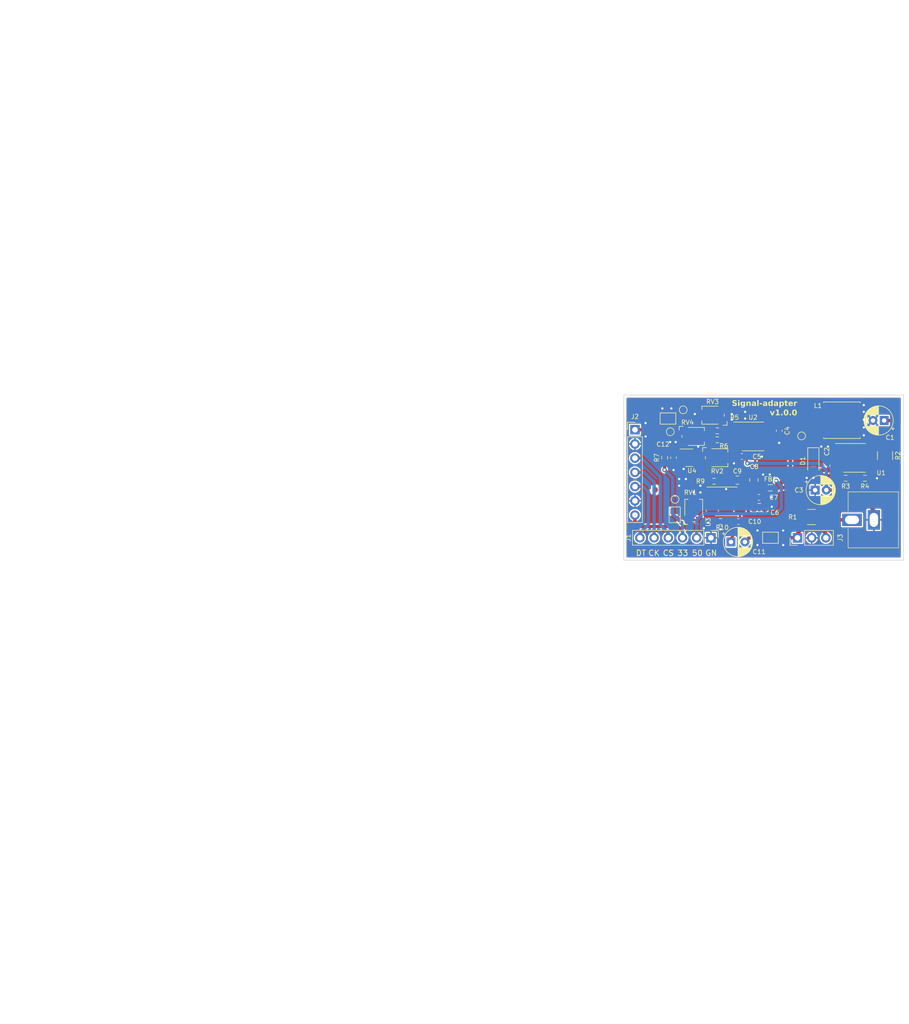
<source format=kicad_pcb>
(kicad_pcb (version 20221018) (generator pcbnew)
  (title_block (title "Signal-adapter") (date "2023-12-02") (rev "v1.0.0") (company "Maykol Rey"))
  (layers (0 "F.Cu" signal) (31 "B.Cu" signal) (34 "B.Paste" user) (35 "F.Paste" user) (36 "B.SilkS" user "B.Silkscreen") (37 "F.SilkS" user "F.Silkscreen") (38 "B.Mask" user) (39 "F.Mask" user) (44 "Edge.Cuts" user))
  (net 0 "")
  (net 1 "Net-(U3-V+)")
  (net 2 "Net-(U3-BYPASS)")
  (net 3 "Net-(C9-Pad1)")
  (net 4 "Net-(C9-Pad2)")
  (net 5 "Net-(C10-Pad1)")
  (net 6 "Net-(C10-Pad2)")
  (net 7 "/Amplifier/OUTPUT")
  (net 8 "+5V")
  (net 9 "/S_OUT")
  (net 10 "/~{CS}")
  (net 11 "/SCLK")
  (net 12 "/SDATA")
  (net 13 "GND")
  (net 14 "+3V3")
  (net 15 "Net-(R9-Pad2)")
  (net 16 "/Amplifier/INPUT")
  (net 17 "Net-(U3-+)")
  (net 18 "Net-(U1-DC)")
  (net 19 "Net-(D1-K)")
  (net 20 "Net-(U1-TC)")
  (net 21 "/leveling/-5V")
  (net 22 "/power/ref")
  (net 23 "Net-(J3-Pin_1)")
  (net 24 "Net-(J3-Pin_3)")
  (net 25 "/leveling/SIGNAL_OUT")
  (net 26 "Net-(U2A--)")
  (net 27 "Net-(U2A-+)")
  (net 28 "/leveling/SIGNAL_IN")
  (net 32 "Net-(C12-Pad1)")
  (net 33 "Net-(R6-Pad2)")
  (footprint "Potentiometer_SMD:Potentiometer_Bourns_TC33X_Vertical" (layer "F.Cu") (at 140.36 86.6 180)
    (fp_text reference "RV3" (at 0 2.4) (layer "F.SilkS") (effects (font (size 0.8 0.8) (thickness 0.12))))
    (fp_text value "50k")
    (pad "1" smd rect (at -1.8 -1 180) (size 1.2 1.2) (layers "F.Cu" "F.Paste" "F.Mask") (net 26 "Net-(U2A--)"))
    (pad "2" smd rect (at 1.45 0 180) (size 1.5 1.6) (layers "F.Cu" "F.Paste" "F.Mask") (net 25 "/leveling/SIGNAL_OUT"))
    (pad "3" smd rect (at -1.8 1 180) (size 1.2 1.2) (layers "F.Cu" "F.Paste" "F.Mask"))
  )
  (footprint "Package_TO_SOT_SMD:SOT-23" (layer "F.Cu") (at 136.2 94.2)
    (fp_text reference "U4" (at 0.5 2.3) (layer "F.SilkS") (effects (font (size 0.8 0.8) (thickness 0.12))))
    (fp_text value "ADR510")
    (pad "1" smd roundrect (at -0.9375 -0.95) (size 1.475 0.6) (layers "F.Cu" "F.Paste" "F.Mask") (net 32 "Net-(C12-Pad1)"))
    (pad "2" smd roundrect (at -0.9375 0.95) (size 1.475 0.6) (layers "F.Cu" "F.Paste" "F.Mask") (net 13 "GND"))
    (pad "3" smd roundrect (at 0.9375 0) (size 1.475 0.6) (layers "F.Cu" "F.Paste" "F.Mask"))
  )
  (footprint "Resistor_SMD:R_0603_1608Metric" (layer "F.Cu") (at 141.8 105.6)
    (fp_text reference "R10" (at 0.29 1.07) (layer "F.SilkS") (effects (font (size 0.8 0.8) (thickness 0.12))))
    (fp_text value "10")
    (pad "1" smd roundrect (at -0.825 0) (size 0.8 0.95) (layers "F.Cu" "F.Paste" "F.Mask") (net 13 "GND"))
    (pad "2" smd roundrect (at 0.825 0) (size 0.8 0.95) (layers "F.Cu" "F.Paste" "F.Mask") (net 5 "Net-(C10-Pad1)"))
  )
  (footprint "Resistor_SMD:R_0603_1608Metric" (layer "F.Cu") (at 140.63 98.4 180)
    (fp_text reference "R9" (at 2.43 0) (layer "F.SilkS") (effects (font (size 0.8 0.8) (thickness 0.12))))
    (fp_text value "1.2k")
    (pad "1" smd roundrect (at -0.825 0 180) (size 0.8 0.95) (layers "F.Cu" "F.Paste" "F.Mask") (net 4 "Net-(C9-Pad2)"))
    (pad "2" smd roundrect (at 0.825 0 180) (size 0.8 0.95) (layers "F.Cu" "F.Paste" "F.Mask") (net 15 "Net-(R9-Pad2)"))
  )
  (footprint "Capacitor_THT:CP_Radial_D5.0mm_P2.00mm" (layer "F.Cu") (at 171.045113 87.55 180)
    (fp_text reference "C1" (at -1.054887 -3.05) (layer "F.SilkS") (effects (font (size 0.8 0.8) (thickness 0.12))))
    (fp_text value "100u")
    (pad "1" thru_hole rect (at 0 0 180) (size 1.6 1.6) (drill 0.8) (layers "*.Cu" "*.Mask") (net 8 "+5V"))
    (pad "2" thru_hole circle (at 2 0 180) (size 1.6 1.6) (drill 0.8) (layers "*.Cu" "*.Mask") (net 13 "GND"))
  )
  (footprint "TestPoint:TestPoint_Pad_D1.0mm" (layer "F.Cu") (at 135.12 85.65)
    (fp_text reference "TP2" hide)
    (fp_text value "VIN")
    (pad "1" smd circle (at 0 0) (size 1 1) (layers "F.Cu" "F.Mask") (net 28 "/leveling/SIGNAL_IN"))
  )
  (footprint "Capacitor_SMD:C_0805_2012Metric" (layer "F.Cu") (at 144.8 98.2 180)
    (fp_text reference "C9" (at 0 1.6) (layer "F.SilkS") (effects (font (size 0.8 0.8) (thickness 0.12))))
    (fp_text value "10uF")
    (pad "1" smd roundrect (at -0.95 0 180) (size 1 1.45) (layers "F.Cu" "F.Paste" "F.Mask") (net 3 "Net-(C9-Pad1)"))
    (pad "2" smd roundrect (at 0.95 0 180) (size 1 1.45) (layers "F.Cu" "F.Paste" "F.Mask") (net 4 "Net-(C9-Pad2)"))
  )
  (footprint "Fiducial:Fiducial_1mm_Mask2mm" (layer "F.Cu") (at 166.2 108.8)
    (fp_text reference "FID3" hide)
    (fp_text value "Fiducial")
    (pad "" smd circle (at 0 0) (size 1 1) (layers "F.Cu" "F.Mask") (clearance 0.5))
  )
  (footprint "Fiducial:Fiducial_1mm_Mask2mm" (layer "F.Cu") (at 156.26 87.79)
    (fp_text reference "FID2" hide)
    (fp_text value "Fiducial")
    (pad "" smd circle (at 0 0) (size 1 1) (layers "F.Cu" "F.Mask") (clearance 0.5))
  )
  (footprint "Resistor_SMD:R_0603_1608Metric_Pad0.98x0.95mm_HandSolder" (layer "F.Cu") (at 164.17 97.87 180)
    (fp_text reference "R3" (at 0 -1.43) (layer "F.SilkS") (effects (font (size 0.8 0.8) (thickness 0.12))))
    (fp_text value "1k")
    (pad "1" smd roundrect (at -0.9125 0 180) (size 0.975 0.95) (layers "F.Cu" "F.Paste" "F.Mask") (net 22 "/power/ref"))
    (pad "2" smd roundrect (at 0.9125 0 180) (size 0.975 0.95) (layers "F.Cu" "F.Paste" "F.Mask") (net 21 "/leveling/-5V"))
  )
  (footprint "TestPoint:TestPoint_Pad_D1.0mm" (layer "F.Cu") (at 132.81 89.56)
    (fp_text reference "TP1" hide)
    (fp_text value "VREF")
    (pad "1" smd circle (at 0 0) (size 1 1) (layers "F.Cu" "F.Mask") (net 33 "Net-(R6-Pad2)"))
  )
  (footprint "Resistor_SMD:R_1210_3225Metric" (layer "F.Cu") (at 171.2 93.82 90)
    (fp_text reference "R2" (at 0 2.3 90) (layer "F.SilkS") (effects (font (size 0.8 0.8) (thickness 0.12))))
    (fp_text value "0.22")
    (pad "1" smd roundrect (at -1.4625 0 90) (size 1.125 2.65) (layers "F.Cu" "F.Paste" "F.Mask") (roundrect_rratio 0.2222222222) (net 8 "+5V"))
    (pad "2" smd roundrect (at 1.4625 0 90) (size 1.125 2.65) (layers "F.Cu" "F.Paste" "F.Mask") (roundrect_rratio 0.2222222222) (net 18 "Net-(U1-DC)"))
  )
  (footprint "Capacitor_SMD:C_0603_1608Metric_Pad1.08x0.95mm_HandSolder" (layer "F.Cu") (at 133.4 94.2 -90)
    (fp_text reference "C12" (at -2.4 1.9 -180) (layer "F.SilkS") (effects (font (size 0.8 0.8) (thickness 0.12))))
    (fp_text value "100nF")
    (pad "1" smd roundrect (at -0.8625 0 270) (size 1.075 0.95) (layers "F.Cu" "F.Paste" "F.Mask") (net 32 "Net-(C12-Pad1)"))
    (pad "2" smd roundrect (at 0.8625 0 270) (size 1.075 0.95) (layers "F.Cu" "F.Paste" "F.Mask") (net 13 "GND"))
  )
  (footprint "Package_SO:HSOP-8-1EP_3.9x4.9mm_P1.27mm_EP2.3x2.3mm" (layer "F.Cu") (at 142.8 102)
    (fp_text reference "U3" (at -3.2 3.7 90) (layer "F.SilkS") (effects (font (size 0.8 0.8) (thickness 0.12))))
    (fp_text value "LM386")
    (pad "1" smd roundrect (at -2.475 -1.905) (size 1.95 0.6) (layers "F.Cu" "F.Paste" "F.Mask") (net 15 "Net-(R9-Pad2)"))
    (pad "2" smd roundrect (at -2.475 -0.635) (size 1.95 0.6) (layers "F.Cu" "F.Paste" "F.Mask") (net 13 "GND"))
    (pad "3" smd roundrect (at -2.475 0.635) (size 1.95 0.6) (layers "F.Cu" "F.Paste" "F.Mask") (net 17 "Net-(U3-+)"))
    (pad "4" smd roundrect (at -2.475 1.905) (size 1.95 0.6) (layers "F.Cu" "F.Paste" "F.Mask") (net 13 "GND"))
    (pad "5" smd roundrect (at 2.475 1.905) (size 1.95 0.6) (layers "F.Cu" "F.Paste" "F.Mask") (net 6 "Net-(C10-Pad2)"))
    (pad "6" smd roundrect (at 2.475 0.635) (size 1.95 0.6) (layers "F.Cu" "F.Paste" "F.Mask") (net 1 "Net-(U3-V+)"))
    (pad "7" smd roundrect (at 2.475 -0.635) (size 1.95 0.6) (layers "F.Cu" "F.Paste" "F.Mask") (net 2 "Net-(U3-BYPASS)"))
    (pad "8" smd roundrect (at 2.475 -1.905) (size 1.95 0.6) (layers "F.Cu" "F.Paste" "F.Mask") (net 3 "Net-(C9-Pad1)"))
    (pad "9" smd rect (at 0 0) (size 2.3 2.3) (layers "F.Cu" "F.Mask"))
  )
  (footprint "Resistor_SMD:R_1210_3225Metric" (layer "F.Cu") (at 158.03 104.78)
    (fp_text reference "R1" (at -3.33 0.02) (layer "F.SilkS") (effects (font (size 0.8 0.8) (thickness 0.12))))
    (fp_text value "2")
    (pad "1" smd roundrect (at -1.4625 0) (size 1.125 2.65) (layers "F.Cu" "F.Paste" "F.Mask") (roundrect_rratio 0.2222222222) (net 23 "Net-(J3-Pin_1)"))
    (pad "2" smd roundrect (at 1.4625 0) (size 1.125 2.65) (layers "F.Cu" "F.Paste" "F.Mask") (roundrect_rratio 0.2222222222) (net 24 "Net-(J3-Pin_3)"))
  )
  (footprint "Inductor_SMD:L_0805_2012Metric" (layer "F.Cu") (at 150.68 99.57)
    (fp_text reference "FB1" (at 0 -1.55) (layer "F.SilkS") (effects (font (size 0.8 0.8) (thickness 0.12))))
    (fp_text value "120@100MHz")
    (pad "1" smd roundrect (at -1.0625 0) (size 0.875 1.2) (layers "F.Cu" "F.Paste" "F.Mask") (net 1 "Net-(U3-V+)"))
    (pad "2" smd roundrect (at 1.0625 0) (size 0.875 1.2) (layers "F.Cu" "F.Paste" "F.Mask") (net 8 "+5V"))
  )
  (footprint "Jumper:SolderJumper-2_P1.3mm_Open_Pad1.0x1.5mm" (layer "F.Cu") (at 133.6 104.4 -90)
    (fp_text reference "JP2" hide)
    (fp_text value "Jumper_2_Open")
    (pad "1" smd rect (at -0.65 0 270) (size 1 1.5) (layers "F.Cu" "F.Mask") (net 25 "/leveling/SIGNAL_OUT"))
    (pad "2" smd rect (at 0.65 0 270) (size 1 1.5) (layers "F.Cu" "F.Mask") (net 16 "/Amplifier/INPUT"))
  )
  (footprint "Fiducial:Fiducial_1mm_Mask2mm" (layer "F.Cu") (at 130.1 99.93)
    (fp_text reference "FID1" hide)
    (fp_text value "Fiducial")
    (pad "" smd circle (at 0 0) (size 1 1) (layers "F.Cu" "F.Mask") (clearance 0.5))
  )
  (footprint "Potentiometer_SMD:Potentiometer_Bourns_TC33X_Vertical" (layer "F.Cu") (at 141.2 94.2)
    (fp_text reference "RV2" (at 0 2.4) (layer "F.SilkS") (effects (font (size 0.8 0.8) (thickness 0.12))))
    (fp_text value "50k")
    (pad "1" smd rect (at -1.8 -1) (size 1.2 1.2) (layers "F.Cu" "F.Paste" "F.Mask") (net 27 "Net-(U2A-+)"))
    (pad "2" smd rect (at 1.45 0) (size 1.5 1.6) (layers "F.Cu" "F.Paste" "F.Mask") (net 13 "GND"))
    (pad "3" smd rect (at -1.8 1) (size 1.2 1.2) (layers "F.Cu" "F.Paste" "F.Mask"))
  )
  (footprint "Connector_PinHeader_2.54mm:PinHeader_1x07_P2.54mm_Vertical" (layer "F.Cu") (at 126.5 89.2)
    (fp_text reference "J2" (at 0 -2.33) (layer "F.SilkS") (effects (font (size 0.8 0.8) (thickness 0.12))))
    (fp_text value "AD9833")
    (pad "1" thru_hole rect (at 0 0) (size 1.7 1.7) (drill 1) (layers "*.Cu" "*.Mask") (net 9 "/S_OUT"))
    (pad "2" thru_hole oval (at 0 2.54) (size 1.7 1.7) (drill 1) (layers "*.Cu" "*.Mask") (net 13 "GND"))
    (pad "3" thru_hole oval (at 0 5.08) (size 1.7 1.7) (drill 1) (layers "*.Cu" "*.Mask") (net 10 "/~{CS}"))
    (pad "4" thru_hole oval (at 0 7.62) (size 1.7 1.7) (drill 1) (layers "*.Cu" "*.Mask") (net 11 "/SCLK"))
    (pad "5" thru_hole oval (at 0 10.16) (size 1.7 1.7) (drill 1) (layers "*.Cu" "*.Mask") (net 12 "/SDATA"))
    (pad "6" thru_hole oval (at 0 12.7) (size 1.7 1.7) (drill 1) (layers "*.Cu" "*.Mask") (net 13 "GND"))
    (pad "7" thru_hole oval (at 0 15.24) (size 1.7 1.7) (drill 1) (layers "*.Cu" "*.Mask") (net 14 "+3V3"))
  )
  (footprint "Package_SO:HSOP-8-1EP_3.9x4.9mm_P1.27mm_EP2.3x2.3mm" (layer "F.Cu") (at 165.7525 94.225)
    (fp_text reference "U1" (at 4.7475 2.675) (layer "F.SilkS") (effects (font (size 0.8 0.8) (thickness 0.12))))
    (fp_text value "MC34063")
    (pad "1" smd roundrect (at -2.475 -1.905) (size 1.95 0.6) (layers "F.Cu" "F.Paste" "F.Mask") (net 18 "Net-(U1-DC)"))
    (pad "2" smd roundrect (at -2.475 -0.635) (size 1.95 0.6) (layers "F.Cu" "F.Paste" "F.Mask") (net 19 "Net-(D1-K)"))
    (pad "3" smd roundrect (at -2.475 0.635) (size 1.95 0.6) (layers "F.Cu" "F.Paste" "F.Mask") (net 20 "Net-(U1-TC)"))
    (pad "4" smd roundrect (at -2.475 1.905) (size 1.95 0.6) (layers "F.Cu" "F.Paste" "F.Mask") (net 21 "/leveling/-5V"))
    (pad "5" smd roundrect (at 2.475 1.905) (size 1.95 0.6) (layers "F.Cu" "F.Paste" "F.Mask") (net 22 "/power/ref"))
    (pad "6" smd roundrect (at 2.475 0.635) (size 1.95 0.6) (layers "F.Cu" "F.Paste" "F.Mask") (net 8 "+5V"))
    (pad "7" smd roundrect (at 2.475 -0.635) (size 1.95 0.6) (layers "F.Cu" "F.Paste" "F.Mask") (net 18 "Net-(U1-DC)"))
    (pad "8" smd roundrect (at 2.475 -1.905) (size 1.95 0.6) (layers "F.Cu" "F.Paste" "F.Mask") (net 18 "Net-(U1-DC)"))
    (pad "9" smd rect (at 0 0) (size 2.3 2.3) (layers "F.Cu" "F.Mask"))
  )
  (footprint "Potentiometer_SMD:Potentiometer_Bourns_TC33X_Vertical" (layer "F.Cu") (at 137 103.52 90)
    (fp_text reference "RV1" (at 3.12 -0.6 180) (layer "F.SilkS") (effects (font (size 0.8 0.8) (thickness 0.12))))
    (fp_text value "10k")
    (pad "1" smd rect (at -1.8 -1 90) (size 1.2 1.2) (layers "F.Cu" "F.Paste" "F.Mask") (net 16 "/Amplifier/INPUT"))
    (pad "2" smd rect (at 1.45 0 90) (size 1.5 1.6) (layers "F.Cu" "F.Paste" "F.Mask") (net 17 "Net-(U3-+)"))
    (pad "3" smd rect (at -1.8 1 90) (size 1.2 1.2) (layers "F.Cu" "F.Paste" "F.Mask") (net 13 "GND"))
  )
  (footprint "Capacitor_SMD:C_0603_1608Metric" (layer "F.Cu") (at 145 105.6)
    (fp_text reference "C10" (at 2.9 0) (layer "F.SilkS") (effects (font (size 0.8 0.8) (thickness 0.12))))
    (fp_text value "47nF")
    (pad "1" smd roundrect (at -0.775 0) (size 0.9 0.95) (layers "F.Cu" "F.Paste" "F.Mask") (net 5 "Net-(C10-Pad1)"))
    (pad "2" smd roundrect (at 0.775 0) (size 0.9 0.95) (layers "F.Cu" "F.Paste" "F.Mask") (net 6 "Net-(C10-Pad2)"))
  )
  (footprint "Jumper:SolderJumper-2_P1.3mm_Open_Pad1.0x1.5mm" (layer "F.Cu") (at 132.4 87.2)
    (fp_text reference "JP1" hide)
    (fp_text value "Jumper_2_Open")
    (pad "1" smd rect (at -0.65 0) (size 1 1.5) (layers "F.Cu" "F.Mask") (net 9 "/S_OUT"))
    (pad "2" smd rect (at 0.65 0) (size 1 1.5) (layers "F.Cu" "F.Mask") (net 28 "/leveling/SIGNAL_IN"))
  )
  (footprint "Inductor_SMD:L_Changjiang_FNR6045S" (layer "F.Cu") (at 163.5 87.5)
    (fp_text reference "L1" (at -4.3 -2.6) (layer "F.SilkS") (effects (font (size 0.8 0.8) (thickness 0.12))))
    (fp_text value "100u")
    (pad "1" smd rect (at -2.25 0) (size 1.7 5.7) (layers "F.Cu" "F.Paste" "F.Mask") (net 19 "Net-(D1-K)"))
    (pad "2" smd rect (at 2.25 0) (size 1.7 5.7) (layers "F.Cu" "F.Paste" "F.Mask") (net 13 "GND"))
  )
  (footprint "TestPoint:TestPoint_Pad_D1.0mm" (layer "F.Cu") (at 133.66 101.63)
    (fp_text reference "TP3" hide)
    (fp_text value "VOUT")
    (pad "1" smd circle (at 0 0) (size 1 1) (layers "F.Cu" "F.Mask") (net 25 "/leveling/SIGNAL_OUT"))
  )
  (footprint "Capacitor_SMD:C_0603_1608Metric_Pad1.08x0.95mm_HandSolder" (layer "F.Cu") (at 152.28 89.38 -90)
    (fp_text reference "C4" (at 0 -1.43 90) (layer "F.SilkS") (effects (font (size 0.8 0.8) (thickness 0.12))))
    (fp_text value "100nF")
    (pad "1" smd roundrect (at -0.8625 0 270) (size 1.075 0.95) (layers "F.Cu" "F.Paste" "F.Mask") (net 8 "+5V"))
    (pad "2" smd roundrect (at 0.8625 0 270) (size 1.075 0.95) (layers "F.Cu" "F.Paste" "F.Mask") (net 13 "GND"))
  )
  (footprint "Resistor_SMD:R_0603_1608Metric_Pad0.98x0.95mm_HandSolder" (layer "F.Cu") (at 141.22 89.4 180)
    (fp_text reference "R5" (at -3.08 2.4) (layer "F.SilkS") (effects (font (size 0.8 0.8) (thickness 0.12))))
    (fp_text value "10k")
    (pad "1" smd roundrect (at -0.9125 0 180) (size 0.975 0.95) (layers "F.Cu" "F.Paste" "F.Mask") (net 26 "Net-(U2A--)"))
    (pad "2" smd roundrect (at 0.9125 0 180) (size 0.975 0.95) (layers "F.Cu" "F.Paste" "F.Mask") (net 28 "/leveling/SIGNAL_IN"))
  )
  (footprint "Resistor_SMD:R_0603_1608Metric_Pad0.98x0.95mm_HandSolder" (layer "F.Cu") (at 131.8 94.2 -90)
    (fp_text reference "R7" (at 0 1.4 90) (layer "F.SilkS") (effects (font (size 0.8 0.8) (thickness 0.12))))
    (fp_text value "1k")
    (pad "1" smd roundrect (at -0.9125 0 270) (size 0.975 0.95) (layers "F.Cu" "F.Paste" "F.Mask") (net 32 "Net-(C12-Pad1)"))
    (pad "2" smd roundrect (at 0.9125 0 270) (size 0.975 0.95) (layers "F.Cu" "F.Paste" "F.Mask") (net 14 "+3V3"))
  )
  (footprint "Capacitor_THT:CP_Radial_D5.0mm_P2.50mm" (layer "F.Cu") (at 143.66 109.24)
    (fp_text reference "C11" (at 5.04 1.76) (layer "F.SilkS") (effects (font (size 0.8 0.8) (thickness 0.12))))
    (fp_text value "220uF")
    (pad "1" thru_hole rect (at 0 0) (size 1.6 1.6) (drill 0.8) (layers "*.Cu" "*.Mask") (net 6 "Net-(C10-Pad2)"))
    (pad "2" thru_hole circle (at 2.5 0) (size 1.6 1.6) (drill 0.8) (layers "*.Cu" "*.Mask") (net 7 "/Amplifier/OUTPUT"))
  )
  (footprint "Capacitor_SMD:C_0603_1608Metric" (layer "F.Cu") (at 160.84 95.65 -90)
    (fp_text reference "C2" (at -2.55 0.04 90) (layer "F.SilkS") (effects (font (size 0.8 0.8) (thickness 0.12))))
    (fp_text value "1n")
    (pad "1" smd roundrect (at -0.775 0 270) (size 0.9 0.95) (layers "F.Cu" "F.Paste" "F.Mask") (net 20 "Net-(U1-TC)"))
    (pad "2" smd roundrect (at 0.775 0 270) (size 0.9 0.95) (layers "F.Cu" "F.Paste" "F.Mask") (net 21 "/leveling/-5V"))
  )
  (footprint "Fiducial:Fiducial_1mm_Mask2mm" (layer "F.Cu") (at 126.89 85.3)
    (fp_text reference "FID4" hide)
    (fp_text value "Fiducial")
    (pad "" smd circle (at 0 0) (size 1 1) (layers "F.Cu" "F.Mask") (clearance 0.5))
  )
  (footprint "Capacitor_SMD:C_0603_1608Metric_Pad1.08x0.95mm_HandSolder" (layer "F.Cu") (at 148.67 101.28 180)
    (fp_text reference "C7" (at -2.63 -0.02) (layer "F.SilkS") (effects (font (size 0.8 0.8) (thickness 0.12))))
    (fp_text value "100nF")
    (pad "1" smd roundrect (at -0.8625 0 180) (size 1.075 0.95) (layers "F.Cu" "F.Paste" "F.Mask") (net 13 "GND"))
    (pad "2" smd roundrect (at 0.8625 0 180) (size 1.075 0.95) (layers "F.Cu" "F.Paste" "F.Mask") (net 1 "Net-(U3-V+)"))
  )
  (footprint "Capacitor_THT:CP_Radial_D5.0mm_P2.00mm" (layer "F.Cu") (at 158.704888 99.98)
    (fp_text reference "C3" (at -2.904888 0.02) (layer "F.SilkS") (effects (font (size 0.8 0.8) (thickness 0.12))))
    (fp_text value "100u")
    (pad "1" thru_hole rect (at 0 0) (size 1.6 1.6) (drill 0.8) (layers "*.Cu" "*.Mask") (net 13 "GND"))
    (pad "2" thru_hole circle (at 2 0) (size 1.6 1.6) (drill 0.8) (layers "*.Cu" "*.Mask") (net 21 "/leveling/-5V"))
  )
  (footprint "Potentiometer_SMD:Potentiometer_Bourns_TC33X_Vertical" (layer "F.Cu") (at 137 90.4)
    (fp_text reference "RV4" (at -1.1 -2.5) (layer "F.SilkS") (effects (font (size 0.8 0.8) (thickness 0.12))))
    (fp_text value "1k")
    (pad "1" smd rect (at -1.8 -1) (size 1.2 1.2) (layers "F.Cu" "F.Paste" "F.Mask") (net 32 "Net-(C12-Pad1)"))
    (pad "2" smd rect (at 1.45 0) (size 1.5 1.6) (layers "F.Cu" "F.Paste" "F.Mask") (net 33 "Net-(R6-Pad2)"))
    (pad "3" smd rect (at -1.8 1) (size 1.2 1.2) (layers "F.Cu" "F.Paste" "F.Mask") (net 13 "GND"))
  )
  (footprint "Connector_PinHeader_2.54mm:PinHeader_1x06_P2.54mm_Vertical" (layer "F.Cu") (at 140.08 108.5 -90)
    (fp_text reference "J1" (at 0 14.78 90) (layer "F.SilkS") (effects (font (size 0.8 0.8) (thickness 0.12))))
    (fp_text value "Conn_01x06")
    (pad "1" thru_hole rect (at 0 0 270) (size 1.7 1.7) (drill 1) (layers "*.Cu" "*.Mask") (net 13 "GND"))
    (pad "2" thru_hole oval (at 0 2.54 270) (size 1.7 1.7) (drill 1) (layers "*.Cu" "*.Mask") (net 8 "+5V"))
    (pad "3" thru_hole oval (at 0 5.08 270) (size 1.7 1.7) (drill 1) (layers "*.Cu" "*.Mask") (net 14 "+3V3"))
    (pad "4" thru_hole oval (at 0 7.62 270) (size 1.7 1.7) (drill 1) (layers "*.Cu" "*.Mask") (net 10 "/~{CS}"))
    (pad "5" thru_hole oval (at 0 10.16 270) (size 1.7 1.7) (drill 1) (layers "*.Cu" "*.Mask") (net 11 "/SCLK"))
    (pad "6" thru_hole oval (at 0 12.7 270) (size 1.7 1.7) (drill 1) (layers "*.Cu" "*.Mask") (net 12 "/SDATA"))
  )
  (footprint "TestPoint:TestPoint_Pad_D1.0mm" (layer "F.Cu") (at 156.288 90.298)
    (fp_text reference "TP4" hide)
    (fp_text value "GND")
    (pad "1" smd circle (at 0 0) (size 1 1) (layers "F.Cu" "F.Mask") (net 13 "GND"))
  )
  (footprint "Jumper:SolderJumper-2_P1.3mm_Open_Pad1.0x1.5mm" (layer "F.Cu") (at 150.72 108.49)
    (fp_text reference "JP3" hide)
    (fp_text value "Jumper_2_Open")
    (pad "1" smd rect (at -0.65 0) (size 1 1.5) (layers "F.Cu" "F.Mask") (net 7 "/Amplifier/OUTPUT"))
    (pad "2" smd rect (at 0.65 0) (size 1 1.5) (layers "F.Cu" "F.Mask") (net 23 "Net-(J3-Pin_1)"))
  )
  (footprint "Resistor_SMD:R_0603_1608Metric_Pad0.98x0.95mm_HandSolder" (layer "F.Cu") (at 167.6 97.86)
    (fp_text reference "R4" (at 0 1.44) (layer "F.SilkS") (effects (font (size 0.8 0.8) (thickness 0.12))))
    (fp_text value "3k")
    (pad "1" smd roundrect (at -0.9125 0) (size 0.975 0.95) (layers "F.Cu" "F.Paste" "F.Mask") (net 22 "/power/ref"))
    (pad "2" smd roundrect (at 0.9125 0) (size 0.975 0.95) (layers "F.Cu" "F.Paste" "F.Mask") (net 13 "GND"))
  )
  (footprint "Package_SO:SOIC-8_3.9x4.9mm_P1.27mm" (layer "F.Cu") (at 147.6 90.4)
    (fp_text reference "U2" (at 0 -3.4) (layer "F.SilkS") (effects (font (size 0.8 0.8) (thickness 0.12))))
    (fp_text value "LM358")
    (pad "1" smd roundrect (at -2.475 -1.905) (size 1.95 0.6) (layers "F.Cu" "F.Paste" "F.Mask") (net 25 "/leveling/SIGNAL_OUT"))
    (pad "2" smd roundrect (at -2.475 -0.635) (size 1.95 0.6) (layers "F.Cu" "F.Paste" "F.Mask") (net 26 "Net-(U2A--)"))
    (pad "3" smd roundrect (at -2.475 0.635) (size 1.95 0.6) (layers "F.Cu" "F.Paste" "F.Mask") (net 27 "Net-(U2A-+)"))
    (pad "4" smd roundrect (at -2.475 1.905) (size 1.95 0.6) (layers "F.Cu" "F.Paste" "F.Mask") (net 21 "/leveling/-5V"))
    (pad "5" smd roundrect (at 2.475 1.905) (size 1.95 0.6) (layers "F.Cu" "F.Paste" "F.Mask"))
    (pad "6" smd roundrect (at 2.475 0.635) (size 1.95 0.6) (layers "F.Cu" "F.Paste" "F.Mask"))
    (pad "7" smd roundrect (at 2.475 -0.635) (size 1.95 0.6) (layers "F.Cu" "F.Paste" "F.Mask"))
    (pad "8" smd roundrect (at 2.475 -1.905) (size 1.95 0.6) (layers "F.Cu" "F.Paste" "F.Mask") (net 8 "+5V"))
  )
  (footprint "Diode_SMD:D_SOD-123" (layer "F.Cu") (at 158.38 94.77 -90)
    (fp_text reference "D1" (at 0 1.88 90) (layer "F.SilkS") (effects (font (size 0.8 0.8) (thickness 0.12))))
    (fp_text value "1N5819")
    (pad "1" smd roundrect (at -1.65 0 270) (size 0.9 1.2) (layers "F.Cu" "F.Paste" "F.Mask") (net 19 "Net-(D1-K)"))
    (pad "2" smd roundrect (at 1.65 0 270) (size 0.9 1.2) (layers "F.Cu" "F.Paste" "F.Mask") (net 21 "/leveling/-5V"))
  )
  (footprint "MR-footprint:RCA-Av-8.4-5" (layer "F.Cu") (at 169.2 105.3 90)
    (fp_text reference "J4" hide)
    (fp_text value "Conn_Coaxial")
    (pad "1" thru_hole rect (at 0 -3.9 90) (size 2.2 3.5) (drill oval 1.5 2.5) (layers "*.Cu" "*.Mask") (net 24 "Net-(J3-Pin_3)"))
    (pad "2" thru_hole rect (at 0 0 180) (size 2.2 3.5) (drill oval 1.5 2.5) (layers "*.Cu" "*.Mask") (net 13 "GND"))
  )
  (footprint "Capacitor_SMD:C_0805_2012Metric" (layer "F.Cu") (at 148.72 103.1 180)
    (fp_text reference "C6" (at -2.78 -0.9) (layer "F.SilkS") (effects (font (size 0.8 0.8) (thickness 0.12))))
    (fp_text value "10uF")
    (pad "1" smd roundrect (at -0.95 0 180) (size 1 1.45) (layers "F.Cu" "F.Paste" "F.Mask") (net 13 "GND"))
    (pad "2" smd roundrect (at 0.95 0 180) (size 1 1.45) (layers "F.Cu" "F.Paste" "F.Mask") (net 1 "Net-(U3-V+)"))
  )
  (footprint "Connector_PinHeader_2.54mm:PinHeader_1x03_P2.54mm_Vertical" (layer "F.Cu") (at 155.55 108.51 90)
    (fp_text reference "J3" (at 0.01 7.65 90) (layer "F.SilkS") (effects (font (size 0.8 0.8) (thickness 0.12))))
    (fp_text value "Conn_01x03")
    (pad "1" thru_hole rect (at 0 0 90) (size 1.7 1.7) (drill 1) (layers "*.Cu" "*.Mask") (net 23 "Net-(J3-Pin_1)"))
    (pad "2" thru_hole oval (at 0 2.54 90) (size 1.7 1.7) (drill 1) (layers "*.Cu" "*.Mask") (net 13 "GND"))
    (pad "3" thru_hole oval (at 0 5.08 90) (size 1.7 1.7) (drill 1) (layers "*.Cu" "*.Mask") (net 24 "Net-(J3-Pin_3)"))
  )
  (footprint "Capacitor_SMD:C_0603_1608Metric_Pad1.08x0.95mm_HandSolder" (layer "F.Cu") (at 145.6 93.98)
    (fp_text reference "C5" (at 2.7 0.02) (layer "F.SilkS") (effects (font (size 0.8 0.8) (thickness 0.12))))
    (fp_text value "100nF")
    (pad "1" smd roundrect (at -0.8625 0) (size 1.075 0.95) (layers "F.Cu" "F.Paste" "F.Mask") (net 13 "GND"))
    (pad "2" smd roundrect (at 0.8625 0) (size 1.075 0.95) (layers "F.Cu" "F.Paste" "F.Mask") (net 21 "/leveling/-5V"))
  )
  (footprint "Capacitor_SMD:C_0805_2012Metric" (layer "F.Cu") (at 147.76 98.17 90)
    (fp_text reference "C8" (at 2.37 0.04 180) (layer "F.SilkS") (effects (font (size 0.8 0.8) (thickness 0.12))))
    (fp_text value "10uF")
    (pad "1" smd roundrect (at -0.95 0 90) (size 1 1.45) (layers "F.Cu" "F.Paste" "F.Mask") (net 2 "Net-(U3-BYPASS)"))
    (pad "2" smd roundrect (at 0.95 0 90) (size 1 1.45) (layers "F.Cu" "F.Paste" "F.Mask") (net 13 "GND"))
  )
  (footprint "Resistor_SMD:R_0603_1608Metric_Pad0.98x0.95mm_HandSolder" (layer "F.Cu") (at 141.23 91 180)
    (fp_text reference "R6" (at -1.17 -1.1) (layer "F.SilkS") (effects (font (size 0.8 0.8) (thickness 0.12))))
    (fp_text value "10k")
    (pad "1" smd roundrect (at -0.9125 0 180) (size 0.975 0.95) (layers "F.Cu" "F.Paste" "F.Mask") (net 27 "Net-(U2A-+)"))
    (pad "2" smd roundrect (at 0.9125 0 180) (size 0.975 0.95) (layers "F.Cu" "F.Paste" "F.Mask") (net 33 "Net-(R6-Pad2)"))
  )
  (footprint "MR-footprint:logo_mr_6x6mm" (layer "B.Cu") (at 162.5 87.5 180)
    (fp_text reference "G***" hide)
    (fp_text value "LOGO" hide)
  )
  (gr_line (start 124.5 112.5) (end 124.5 83) (stroke (width 0.1)) (layer "Edge.Cuts"))
  (gr_line (start 174.5 83) (end 174.5 112.5) (stroke (width 0.1)) (layer "Edge.Cuts"))
  (gr_line (start 124.5 83) (end 174.5 83) (stroke (width 0.1)) (layer "Edge.Cuts"))
  (gr_line (start 174.5 112.5) (end 124.5 112.5) (stroke (width 0.1)) (layer "Edge.Cuts"))
  (gr_text "33" (at 134 111.8) (layer "F.SilkS") (effects (font (size 1 1)) (justify left bottom)))
  (gr_text "DT" (at 126.6 111.8) (layer "F.SilkS") (effects (font (size 1 1)) (justify left bottom)))
  (gr_text "CS" (at 131.4 111.8) (layer "F.SilkS") (effects (font (size 1 1)) (justify left bottom)))
  (gr_text "CK" (at 128.8 111.8) (layer "F.SilkS") (effects (font (size 1 1)) (justify left bottom)))
  (gr_text "${TITLE}\n${REVISION}" (at 155.5 86.8) (layer "F.SilkS") (effects (font (size 1 1) (thickness 0.2) bold) (justify right bottom)))
  (gr_text "50" (at 136.6 111.8) (layer "F.SilkS") (effects (font (size 1 1)) (justify left bottom)))
  (gr_text "GN" (at 139 111.8) (layer "F.SilkS") (effects (font (size 1 1)) (justify left bottom)))
  (segment (start 147.8075 100.9525) (end 149.19 99.57) (width 0.4) (layer "F.Cu") (net 1))
  (segment (start 149.19 99.57) (end 149.6175 99.57) (width 0.4) (layer "F.Cu") (net 1))
  (segment (start 145.275 102.635) (end 147.305 102.635) (width 0.4) (layer "F.Cu") (net 1))
  (segment (start 147.77 101.3175) (end 147.8075 101.28) (width 0.4) (layer "F.Cu") (net 1))
  (segment (start 147.305 102.635) (end 147.77 103.1) (width 0.4) (layer "F.Cu") (net 1))
  (segment (start 147.8075 101.28) (end 147.8075 100.9525) (width 0.4) (layer "F.Cu") (net 1))
  (segment (start 147.77 103.1) (end 147.77 101.3175) (width 0.4) (layer "F.Cu") (net 1))
  (segment (start 146.035 101.365) (end 147.76 99.64) (width 0.4) (layer "F.Cu") (net 2))
  (segment (start 147.76 99.64) (end 147.76 99.12) (width 0.4) (layer "F.Cu") (net 2))
  (segment (start 145.275 101.365) (end 146.035 101.365) (width 0.4) (layer "F.Cu") (net 2))
  (segment (start 145.75 99.62) (end 145.275 100.095) (width 0.4) (layer "F.Cu") (net 3))
  (segment (start 145.75 98.2) (end 145.75 99.62) (width 0.4) (layer "F.Cu") (net 3))
  (segment (start 143.65 98.4) (end 143.85 98.2) (width 0.4) (layer "F.Cu") (net 4))
  (segment (start 141.455 98.4) (end 143.65 98.4) (width 0.4) (layer "F.Cu") (net 4))
  (segment (start 142.625 105.6) (end 144.225 105.6) (width 0.4) (layer "F.Cu") (net 5))
  (segment (start 145.275 103.905) (end 145.275 105.1) (width 0.4) (layer "F.Cu") (net 6))
  (segment (start 143.66 108.55) (end 145.775 106.435) (width 0.4) (layer "F.Cu") (net 6))
  (segment (start 145.275 105.1) (end 145.775 105.6) (width 0.4) (layer "F.Cu") (net 6))
  (segment (start 143.66 109.24) (end 143.66 108.55) (width 0.4) (layer "F.Cu") (net 6))
  (segment (start 145.775 106.435) (end 145.775 105.6) (width 0.4) (layer "F.Cu") (net 6))
  (segment (start 146.91 108.49) (end 146.16 109.24) (width 0.6) (layer "F.Cu") (net 7))
  (segment (start 150.07 108.49) (end 146.91 108.49) (width 0.6) (layer "F.Cu") (net 7))
  (segment (start 173.42 94.87) (end 173.0075 95.2825) (width 0.6) (layer "F.Cu") (net 8))
  (segment (start 151.7425 99.57) (end 151.7425 98.3375) (width 0.4) (layer "F.Cu") (net 8))
  (segment (start 153.12 99.57) (end 154.26 98.43) (width 0.6) (layer "F.Cu") (net 8))
  (segment (start 173.42 88.53) (end 173.42 94.87) (width 0.6) (layer "F.Cu") (net 8))
  (segment (start 172.44 87.55) (end 173.42 88.53) (width 0.6) (layer "F.Cu") (net 8))
  (segment (start 171.2 95.2825) (end 171.2 99.38) (width 0.6) (layer "F.Cu") (net 8))
  (segment (start 154.26 100.08) (end 154.26 98.43) (width 0.6) (layer "F.Cu") (net 8))
  (segment (start 152.2575 88.495) (end 152.28 88.5175) (width 0.4) (layer "F.Cu") (net 8))
  (segment (start 151.7425 98.3375) (end 151.75 98.33) (width 0.4) (layer "F.Cu") (net 8))
  (segment (start 170.7775 94.86) (end 171.2 95.2825) (width 0.6) (layer "F.Cu") (net 8))
  (segment (start 151.7425 99.57) (end 153.12 99.57) (width 0.6) (layer "F.Cu") (net 8))
  (segment (start 155.78 101.6) (end 154.26 100.08) (width 0.6) (layer "F.Cu") (net 8))
  (segment (start 154.26 89.29) (end 153.4875 88.5175) (width 0.6) (layer "F.Cu") (net 8))
  (segment (start 168.2275 94.86) (end 170.7775 94.86) (width 0.6) (layer "F.Cu") (net 8))
  (segment (start 154.26 98.43) (end 154.26 89.29) (width 0.6) (layer "F.Cu") (net 8))
  (segment (start 150.075 88.495) (end 152.2575 88.495) (width 0.4) (layer "F.Cu") (net 8))
  (segment (start 168.98 101.6) (end 155.78 101.6) (width 0.6) (layer "F.Cu") (net 8))
  (segment (start 173.0075 95.2825) (end 171.2 95.2825) (width 0.6) (layer "F.Cu") (net 8))
  (segment (start 171.2 99.38) (end 168.98 101.6) (width 0.6) (layer "F.Cu") (net 8))
  (segment (start 153.4875 88.5175) (end 152.28 88.5175) (width 0.6) (layer "F.Cu") (net 8))
  (segment (start 171.045113 87.55) (end 172.44 87.55) (width 0.6) (layer "F.Cu") (net 8))
  (via (at 151.75 98.33) (size 0.8) (drill 0.4) (layers "F.Cu" "B.Cu") (net 8))
  (segment (start 151.67 104.2) (end 152.66 103.21) (width 0.6) (layer "B.Cu") (net 8))
  (segment (start 137.54 105.31) (end 138.65 104.2) (width 0.6) (layer "B.Cu") (net 8))
  (segment (start 138.65 104.2) (end 151.67 104.2) (width 0.6) (layer "B.Cu") (net 8))
  (segment (start 137.54 108.5) (end 137.54 105.31) (width 0.6) (layer "B.Cu") (net 8))
  (segment (start 152.66 103.21) (end 152.66 99.24) (width 0.6) (layer "B.Cu") (net 8))
  (segment (start 152.66 99.24) (end 151.75 98.33) (width 0.6) (layer "B.Cu") (net 8))
  (segment (start 126.5 89.2) (end 129.75 89.2) (width 0.6) (layer "F.Cu") (net 9))
  (segment (start 129.75 89.2) (end 131.75 87.2) (width 0.6) (layer "F.Cu") (net 9))
  (segment (start 132.46 108.5) (end 132.46 107.63) (width 0.6) (layer "B.Cu") (net 10))
  (segment (start 131.02 97.62) (end 127.68 94.28) (width 0.6) (layer "B.Cu") (net 10))
  (segment (start 131.02 106.19) (end 131.02 97.62) (width 0.6) (layer "B.Cu") (net 10))
  (segment (start 127.68 94.28) (end 126.5 94.28) (width 0.6) (layer "B.Cu") (net 10))
  (segment (start 132.46 107.63) (end 131.02 106.19) (width 0.6) (layer "B.Cu") (net 10))
  (segment (start 129.92 108.5) (end 129.92 98.58) (width 0.6) (layer "B.Cu") (net 11))
  (segment (start 129.92 98.58) (end 128.16 96.82) (width 0.6) (layer "B.Cu") (net 11))
  (segment (start 128.16 96.82) (end 126.5 96.82) (width 0.6) (layer "B.Cu") (net 11))
  (segment (start 128.89 106.15) (end 128.89 100.3) (width 0.6) (layer "B.Cu") (net 12))
  (segment (start 128.89 100.3) (end 127.95 99.36) (width 0.6) (layer "B.Cu") (net 12))
  (segment (start 127.38 108.5) (end 127.38 107.66) (width 0.6) (layer "B.Cu") (net 12))
  (segment (start 127.38 107.66) (end 128.89 106.15) (width 0.6) (layer "B.Cu") (net 12))
  (segment (start 127.95 99.36) (end 126.5 99.36) (width 0.6) (layer "B.Cu") (net 12))
  (segment (start 168.3 102.7) (end 151.2 102.7) (width 0.6) (layer "F.Cu") (net 13))
  (segment (start 144.7375 93.98) (end 142.87 93.98) (width 0.4) (layer "F.Cu") (net 13))
  (segment (start 140.975 105.6) (end 140.975 104.555) (width 0.4) (layer "F.Cu") (net 13))
  (segment (start 149.38 97.22) (end 149.4 97.2) (width 0.4) (layer "F.Cu") (net 13))
  (segment (start 169.75 97.86) (end 169.76 97.87) (width 0.6) (layer "F.Cu") (net 13))
  (segment (start 135.2 91.4) (end 133.78 91.4) (width 0.4) (layer "F.Cu") (net 13))
  (segment (start 149.67 103.1) (end 150.8 103.1) (width 0.4) (layer "F.Cu") (net 13))
  (segment (start 135.2625 96.1375) (end 135.2 96.2) (width 0.4) (layer "F.Cu") (net 13))
  (segment (start 149.5325 101.28) (end 150.9 101.28) (width 0.4) (layer "F.Cu") (net 13))
  (segment (start 151.2 102.7) (end 150.95 102.95) (width 0.6) (layer "F.Cu") (net 13))
  (segment (start 144.7375 94.6625) (end 144.2 95.2) (width 0.4) (layer "F.Cu") (net 13))
  (segment (start 135.2625 95.15) (end 135.2625 96.1375) (width 0.4) (layer "F.Cu") (net 13))
  (segment (start 150.8 103.1) (end 150.95 102.95) (width 0.4) (layer "F.Cu") (net 13))
  (segment (start 152.28 90.2425) (end 152.28 91.55) (width 0.6) (layer "F.Cu") (net 13))
  (segment (start 150.9 101.28) (end 150.94 101.24) (width 0.4) (layer "F.Cu") (net 13))
  (segment (start 140.975 104.555) (end 140.325 103.905) (width 0.4) (layer "F.Cu") (net 13))
  (segment (start 142.87 93.98) (end 142.65 94.2) (width 0.4) (layer "F.Cu") (net 13))
  (segment (start 168.5125 97.86) (end 169.75 97.86) (width 0.6) (layer "F.Cu") (net 13))
  (segment (start 144.7375 93.98) (end 144.7375 94.6625) (width 0.4) (layer "F.Cu") (net 13))
  (segment (start 133.4 95.0625) (end 133.4 96.4) (width 0.4) (layer "F.Cu") (net 13))
  (segment (start 169.2 103.6) (end 168.3 102.7) (width 0.6) (layer "F.Cu") (net 13))
  (segment (start 147.76 97.22) (end 149.38 97.22) (width 0.4) (layer "F.Cu") (net 13))
  (segment (start 169.2 105.4) (end 169.2 103.6) (width 0.6) (layer "F.Cu") (net 13))
  (via (at 149.2 94) (size 0.8) (drill 0.4) (layers "F.Cu" "B.Cu") (net 13))
  (via (at 133.4 96.4) (size 0.8) (drill 0.4) (layers "F.Cu" "B.Cu") (net 13))
  (via (at 141.8 107) (size 0.8) (drill 0.4) (layers "F.Cu" "B.Cu") (net 13))
  (via (at 137 100.4) (size 0.8) (drill 0.4) (layers "F.Cu" "B.Cu") (net 13))
  (via (at 167.4 86) (size 0.8) (drill 0.4) (layers "F.Cu" "B.Cu") (net 13))
  (via (at 134.4 98) (size 0.8) (drill 0.4) (layers "F.Cu" "B.Cu") (net 13))
  (via (at 149.4 97.2) (size 0.8) (drill 0.4) (layers "F.Cu" "B.Cu") (net 13))
  (via (at 150.6 97.2) (size 0.8) (drill 0.4) (layers "F.Cu" "B.Cu") (net 13))
  (via (at 169.76 97.87) (size 0.8) (drill 0.4) (layers "F.Cu" "B.Cu") (net 13))
  (via (at 159.8 92.2) (size 0.8) (drill 0.4) (layers "F.Cu" "B.Cu") (net 13))
  (via (at 128.4 90.4) (size 0.8) (drill 0.4) (layers "F.Cu" "B.Cu") (net 13))
  (via (at 137.8 92.2) (size 0.8) (drill 0.4) (layers "F.Cu" "B.Cu") (net 13))
  (via (at 144.2 95.2) (size 0.8) (drill 0.4) (layers "F.Cu" "B.Cu") (net 13))
  (via (at 138.2 99.2) (size 0.8) (drill 0.4) (layers "F.Cu" "B.Cu") (net 13))
  (via (at 153 107.2) (size 0.8) (drill 0.4) (layers "F.Cu" "B.Cu") (net 13))
  (via (at 133.78 91.4) (size 0.8) (drill 0.4) (layers "F.Cu" "B.Cu") (net 13))
  (via (at 135.2 96.2) (size 0.8) (drill 0.4) (layers "F.Cu" "B.Cu") (net 13))
  (via (at 158.4 97.8) (size 0.8) (drill 0.4) (layers "F.Cu" "B.Cu") (net 13))
  (via (at 143.8 87.4) (size 0.8) (drill 0.4) (layers "F.Cu" "B.Cu") (net 13))
  (via (at 167.4 90.2) (size 0.8) (drill 0.4) (layers "F.Cu" "B.Cu") (net 13))
  (via (at 148.4 107.2) (size 0.8) (drill 0.4) (layers "F.Cu" "B.Cu") (net 13))
  (via (at 150.95 102.95) (size 0.8) (drill 0.4) (layers "F.Cu" "B.Cu") (net 13))
  (via (at 161 92.2) (size 0.8) (drill 0.4) (layers "F.Cu" "B.Cu") (net 13))
  (via (at 152.28 91.55) (size 0.8) (drill 0.4) (layers "F.Cu" "B.Cu") (net 13))
  (via (at 139.6 105.8) (size 0.8) (drill 0.4) (layers "F.Cu" "B.Cu") (net 13))
  (via (at 142.8 99.8) (size 0.8) (drill 0.4) (layers "F.Cu" "B.Cu") (net 13))
  (via (at 132.8 91.4) (size 0.8) (drill 0.4) (layers "F.Cu" "B.Cu") (net 13))
  (via (at 143.8 86.4) (size 0.8) (drill 0.4) (layers "F.Cu" "B.Cu") (net 13))
  (via (at 167.4 87.4) (size 0.8) (drill 0.4) (layers "F.Cu" "B.Cu") (net 13))
  (via (at 153 109.8) (size 0.8) (drill 0.4) (layers "F.Cu" "B.Cu") (net 13))
  (via (at 150.94 101.24) (size 0.8) (drill 0.4) (layers "F.Cu" "B.Cu") (net 13))
  (via (at 137.2 86.4) (size 0.8) (drill 0.4) (layers "F.Cu" "B.Cu") (net 13))
  (via (at 133 85.4) (size 0.8) (drill 0.4) (layers "F.Cu" "B.Cu") (net 13))
  (via (at 157.2 97.8) (size 0.8) (drill 0.4) (layers "F.Cu" "B.Cu") (net 13))
  (via (at 128.4 88) (size 0.8) (drill 0.4) (layers "F.Cu" "B.Cu") (net 13))
  (via (at 167.4 88.8) (size 0.8) (drill 0.4) (layers "F.Cu" "B.Cu") (net 13))
  (via (at 138.8 106.8) (size 0.8) (drill 0.4) (layers "F.Cu" "B.Cu") (net 13))
  (via (at 148.4 109.8) (size 0.8) (drill 0.4) (layers "F.Cu" "B.Cu") (net 13))
  (via (at 135.6 98) (size 0.8) (drill 0.4) (layers "F.Cu" "B.Cu") (net 13))
  (via (at 134.4 99.2) (size 0.8) (drill 0.4) (layers "F.Cu" "B.Cu") (net 13))
  (via (at 167.4 84.8) (size 0.8) (drill 0.4) (layers "F.Cu" "B.Cu") (net 13))
  (via (at 138.2 100.4) (size 0.8) (drill 0.4) (layers "F.Cu" "B.Cu") (net 13))
  (via (at 146.2 86) (size 0.8) (drill 0.4) (layers "F.Cu" "B.Cu") (net 13))
  (via (at 146.2 87.2) (size 0.8) (drill 0.4) (layers "F.Cu" "B.Cu") (net 13))
  (via (at 131.4 85.4) (size 0.8) (drill 0.4) (layers "F.Cu" "B.Cu") (net 13))
  (segment (start 150.95 102.95) (end 150.02 102.95) (width 0.4) (layer "B.Cu") (net 13))
  (segment (start 149.4 100.69) (end 149.95 101.24) (width 0.4) (layer "B.Cu") (net 13))
  (segment (start 150.02 102.95) (end 149.4 102.33) (width 0.4) (layer "B.Cu") (net 13))
  (segment (start 149.4 97.2) (end 149.4 100.69) (width 0.4) (layer "B.Cu") (net 13))
  (segment (start 149.4 102.33) (end 149.4 100.69) (width 0.4) (layer "B.Cu") (net 13))
  (segment (start 149.95 101.24) (end 150.94 101.24) (width 0.4) (layer "B.Cu") (net 13))
  (segment (start 126.5 105.77) (end 127.22 106.49) (width 0.6) (layer "F.Cu") (net 14))
  (segment (start 131.8 95.1125) (end 131.8 96.36) (width 0.6) (layer "F.Cu") (net 14))
  (segment (start 127.22 106.49) (end 134.18 106.49) (width 0.6) (layer "F.Cu") (net 14))
  (segment (start 135 107.31) (end 135 108.5) (width 0.6) (layer "F.Cu") (net 14))
  (segment (start 126.5 104.44) (end 126.5 105.77) (width 0.6) (layer "F.Cu") (net 14))
  (segment (start 131.8 96.36) (end 131.79 96.37) (width 0.6) (layer "F.Cu") (net 14))
  (segment (start 134.18 106.49) (end 135 107.31) (width 0.6) (layer "F.Cu") (net 14))
  (via (at 131.79 96.37) (size 0.8) (drill 0.4) (layers "F.Cu" "B.Cu") (net 14))
  (segment (start 135 106) (end 135 108.5) (width 0.6) (layer "B.Cu") (net 14))
  (segment (start 133.25 104.25) (end 135 106) (width 0.6) (layer "B.Cu") (net 14))
  (segment (start 131.79 96.37) (end 133.25 97.83) (width 0.6) (layer "B.Cu") (net 14))
  (segment (start 133.25 97.83) (end 133.25 104.25) (width 0.6) (layer "B.Cu") (net 14))
  (segment (start 139.805 98.4) (end 139.805 99.575) (width 0.4) (layer "F.Cu") (net 15))
  (segment (start 139.805 99.575) (end 140.325 100.095) (width 0.4) (layer "F.Cu") (net 15))
  (segment (start 135.73 105.05) (end 136 105.32) (width 0.4) (layer "F.Cu") (net 16))
  (segment (start 133.6 105.05) (end 135.73 105.05) (width 0.4) (layer "F.Cu") (net 16))
  (segment (start 139.075 102.635) (end 138.51 102.07) (width 0.4) (layer "F.Cu") (net 17))
  (segment (start 140.325 102.635) (end 139.075 102.635) (width 0.4) (layer "F.Cu") (net 17))
  (segment (start 138.51 102.07) (end 137 102.07) (width 0.4) (layer "F.Cu") (net 17))
  (segment (start 168.2275 93.59) (end 170.65 93.59) (width 0.6) (layer "F.Cu") (net 18))
  (segment (start 168.2275 92.32) (end 171.1625 92.32) (width 0.6) (layer "F.Cu") (net 18))
  (segment (start 171.2 93.04) (end 171.2 92.3575) (width 0.6) (layer "F.Cu") (net 18))
  (segment (start 170.65 93.59) (end 171.2 93.04) (width 0.6) (layer "F.Cu") (net 18))
  (segment (start 171.1625 92.32) (end 171.2 92.3575) (width 0.6) (layer "F.Cu") (net 18))
  (segment (start 163.2775 92.32) (end 168.2275 92.32) (width 0.6) (layer "F.Cu") (net 18))
  (segment (start 158.96 87.5) (end 161.25 87.5) (width 0.6) (layer "F.Cu") (net 19))
  (segment (start 158.85 93.59) (end 158.38 93.12) (width 0.6) (layer "F.Cu") (net 19))
  (segment (start 158.38 93.12) (end 158.38 88.08) (width 0.6) (layer "F.Cu") (net 19))
  (segment (start 158.38 88.08) (end 158.96 87.5) (width 0.6) (layer "F.Cu") (net 19))
  (segment (start 163.2775 93.59) (end 158.85 93.59) (width 0.6) (layer "F.Cu") (net 19))
  (segment (start 163.2775 94.86) (end 160.855 94.86) (width 0.6) (layer "F.Cu") (net 20))
  (segment (start 160.855 94.86) (end 160.84 94.875) (width 0.6) (layer "F.Cu") (net 20))
  (segment (start 161.84 99.98) (end 163.2575 98.5625) (width 0.6) (layer "F.Cu") (net 21))
  (segment (start 146.4625 95.0625) (end 146.4625 93.98) (width 0.4) (layer "F.Cu") (net 21))
  (segment (start 163.2775 96.13) (end 163.2775 97.85) (width 0.6) (layer "F.Cu") (net 21))
  (segment (start 161.135 96.13) (end 160.84 96.425) (width 0.6) (layer "F.Cu") (net 21))
  (segment (start 163.2775 96.13) (end 161.135 96.13) (width 0.6) (layer "F.Cu") (net 21))
  (segment (start 160.84 96.425) (end 158.385 96.425) (width 0.6) (layer "F.Cu") (net 21))
  (segment (start 146.6 95.2) (end 146.4625 95.0625) (width 0.4) (layer "F.Cu") (net 21))
  (segment (start 160.704888 99.98) (end 161.84 99.98) (width 0.6) (layer "F.Cu") (net 21))
  (segment (start 163.2775 97.85) (end 163.2575 97.87) (width 0.6) (layer "F.Cu") (net 21))
  (segment (start 158.385 96.425) (end 158.38 96.42) (width 0.6) (layer "F.Cu") (net 21))
  (segment (start 145.125 92.305) (end 146.165 92.305) (width 0.4) (layer "F.Cu") (net 21))
  (segment (start 146.165 92.305) (end 146.4625 92.6025) (width 0.4) (layer "F.Cu") (net 21))
  (segment (start 163.2575 98.5625) (end 163.2575 97.87) (width 0.6) (layer "F.Cu") (net 21))
  (segment (start 146.4625 92.6025) (end 146.4625 93.98) (width 0.4) (layer "F.Cu") (net 21))
  (via (at 146.6 95.2) (size 0.8) (drill 0.4) (layers "F.Cu" "B.Cu") (net 21))
  (segment (start 159.43 95.2) (end 160.704888 96.474888) (width 0.6) (layer "B.Cu") (net 21))
  (segment (start 160.704888 96.474888) (end 160.704888 99.98) (width 0.6) (layer "B.Cu") (net 21))
  (segment (start 146.6 95.2) (end 159.43 95.2) (width 0.6) (layer "B.Cu") (net 21))
  (segment (start 167.13 96.13) (end 168.2275 96.13) (width 0.6) (layer "F.Cu") (net 22))
  (segment (start 166.6775 97.87) (end 166.6875 97.86) (width 0.6) (layer "F.Cu") (net 22))
  (segment (start 165.0825 97.87) (end 166.6775 97.87) (width 0.6) (layer "F.Cu") (net 22))
  (segment (start 166.6875 96.5725) (end 167.13 96.13) (width 0.6) (layer "F.Cu") (net 22))
  (segment (start 166.6875 97.86) (end 166.6875 96.5725) (width 0.6) (layer "F.Cu") (net 22))
  (segment (start 156.5675 104.78) (end 156.58 104.7925) (width 0.6) (layer "F.Cu") (net 23))
  (segment (start 156.58 104.7925) (end 156.58 106.7) (width 0.6) (layer "F.Cu") (net 23))
  (segment (start 151.37 108.49) (end 155.53 108.49) (width 0.6) (layer "F.Cu") (net 23))
  (segment (start 155.55 107.73) (end 155.55 108.51) (width 0.6) (layer "F.Cu") (net 23))
  (segment (start 156.58 106.7) (end 155.55 107.73) (width 0.6) (layer "F.Cu") (net 23))
  (segment (start 155.53 108.49) (end 155.55 108.51) (width 0.6) (layer "F.Cu") (net 23))
  (segment (start 160.63 107.75) (end 160.63 108.51) (width 0.6) (layer "F.Cu") (net 24))
  (segment (start 159.4925 106.6125) (end 160.63 107.75) (width 0.6) (layer "F.Cu") (net 24))
  (segment (start 162.43 105.3) (end 161.91 104.78) (width 0.6) (layer "F.Cu") (net 24))
  (segment (start 161.91 104.78) (end 159.4925 104.78) (width 0.6) (layer "F.Cu") (net 24))
  (segment (start 165.3 105.3) (end 162.43 105.3) (width 0.6) (layer "F.Cu") (net 24))
  (segment (start 159.4925 104.78) (end 159.4925 106.6125) (width 0.6) (layer "F.Cu") (net 24))
  (segment (start 143.92 84.39) (end 139.8 84.39) (width 0.4) (layer "F.Cu") (net 25))
  (segment (start 133.6 101.701472) (end 133.6 103.75) (width 0.4) (layer "F.Cu") (net 25))
  (segment (start 145.125 85.595) (end 143.92 84.39) (width 0.4) (layer "F.Cu") (net 25))
  (segment (start 138.91 85.28) (end 138.91 86.6) (width 0.4) (layer "F.Cu") (net 25))
  (segment (start 148 89) (end 148 95) (width 0.4) (layer "F.Cu") (net 25))
  (segment (start 145.125 88.495) (end 147.495 88.495) (width 0.4) (layer "F.Cu") (net 25))
  (segment (start 148 95) (end 146.44 96.56) (width 0.4) (layer "F.Cu") (net 25))
  (segment (start 139.8 84.39) (end 138.91 85.28) (width 0.4) (layer "F.Cu") (net 25))
  (segment (start 146.44 96.56) (end 138.741472 96.56) (width 0.4) (layer "F.Cu") (net 25))
  (segment (start 147.495 88.495) (end 148 89) (width 0.4) (layer "F.Cu") (net 25))
  (segment (start 138.741472 96.56) (end 133.6 101.701472) (width 0.4) (layer "F.Cu") (net 25))
  (segment (start 145.125 88.495) (end 145.125 85.595) (width 0.4) (layer "F.Cu") (net 25))
  (segment (start 142.1325 87.6275) (end 142.1325 89.4) (width 0.4) (layer "F.Cu") (net 26))
  (segment (start 142.16 87.6) (end 142.1325 87.6275) (width 0.4) (layer "F.Cu") (net 26))
  (segment (start 143.565 89.765) (end 143.2 89.4) (width 0.4) (layer "F.Cu") (net 26))
  (segment (start 145.125 89.765) (end 143.565 89.765) (width 0.4) (layer "F.Cu") (net 26))
  (segment (start 143.2 89.4) (end 142.1325 89.4) (width 0.4) (layer "F.Cu") (net 26))
  (segment (start 145.09 91) (end 142.1425 91) (width 0.4) (layer "F.Cu") (net 27))
  (segment (start 140.35 93.2) (end 142.1425 91.4075) (width 0.4) (layer "F.Cu") (net 27))
  (segment (start 145.125 91.035) (end 145.09 91) (width 0.4) (layer "F.Cu") (net 27))
  (segment (start 139.4 93.2) (end 140.35 93.2) (width 0.4) (layer "F.Cu") (net 27))
  (segment (start 142.1425 91.4075) (end 142.1425 91) (width 0.4) (layer "F.Cu") (net 27))
  (segment (start 134.52 87.2) (end 133.05 87.2) (width 0.4) (layer "F.Cu") (net 28))
  (segment (start 135.12 85.65) (end 135.12 86.6) (width 0.4) (layer "F.Cu") (net 28))
  (segment (start 135.12 86.6) (end 134.52 87.2) (width 0.4) (layer "F.Cu") (net 28))
  (segment (start 139.68 89.4) (end 140.3075 89.4) (width 0.4) (layer "F.Cu") (net 28))
  (segment (start 133.05 87.2) (end 136.3 87.2) (width 0.4) (layer "F.Cu") (net 28))
  (segment (start 138.11 89.01) (end 139.29 89.01) (width 0.4) (layer "F.Cu") (net 28))
  (segment (start 139.29 89.01) (end 139.68 89.4) (width 0.4) (layer "F.Cu") (net 28))
  (segment (start 136.3 87.2) (end 138.11 89.01) (width 0.4) (layer "F.Cu") (net 28))
  (segment (start 135.88 93.25) (end 135.2625 93.25) (width 0.4) (layer "F.Cu") (net 32))
  (segment (start 135.2 89.4) (end 135.94 89.4) (width 0.4) (layer "F.Cu") (net 32))
  (segment (start 135.2625 93.25) (end 133.4875 93.25) (width 0.4) (layer "F.Cu") (net 32))
  (segment (start 136.56 92.57) (end 135.88 93.25) (width 0.4) (layer "F.Cu") (net 32))
  (segment (start 131.85 93.3375) (end 131.8 93.2875) (width 0.4) (layer "F.Cu") (net 32))
  (segment (start 135.94 89.4) (end 136.56 90.02) (width 0.4) (layer "F.Cu") (net 32))
  (segment (start 133.4875 93.25) (end 133.4 93.3375) (width 0.4) (layer "F.Cu") (net 32))
  (segment (start 136.56 90.02) (end 136.56 92.57) (width 0.4) (layer "F.Cu") (net 32))
  (segment (start 133.4 93.3375) (end 131.85 93.3375) (width 0.4) (layer "F.Cu") (net 32))
  (segment (start 139.05 91) (end 138.45 90.4) (width 0.4) (layer "F.Cu") (net 33))
  (segment (start 138.45 90.4) (end 136.16 88.11) (width 0.4) (layer "F.Cu") (net 33))
  (segment (start 136.16 88.11) (end 134.29 88.11) (width 0.4) (layer "F.Cu") (net 33))
  (segment (start 132.84 89.56) (end 132.81 89.56) (width 0.4) (layer "F.Cu") (net 33))
  (segment (start 134.29 88.11) (end 132.84 89.56) (width 0.4) (layer "F.Cu") (net 33))
  (segment (start 140.3175 91) (end 139.05 91) (width 0.4) (layer "F.Cu") (net 33))
  (zone (net 13) (net_name "GND") (layers "F&B.Cu") (connect_pads (clearance 0.25)) (min_thickness 0.25) (fill yes (thermal_gap 0.25) (thermal_bridge_width 0.25))
    (polygon (pts (xy 123.5 82) (xy 123.5 113.5) (xy 175.5 113.5) (xy 175.5 82)))
  )
)
</source>
